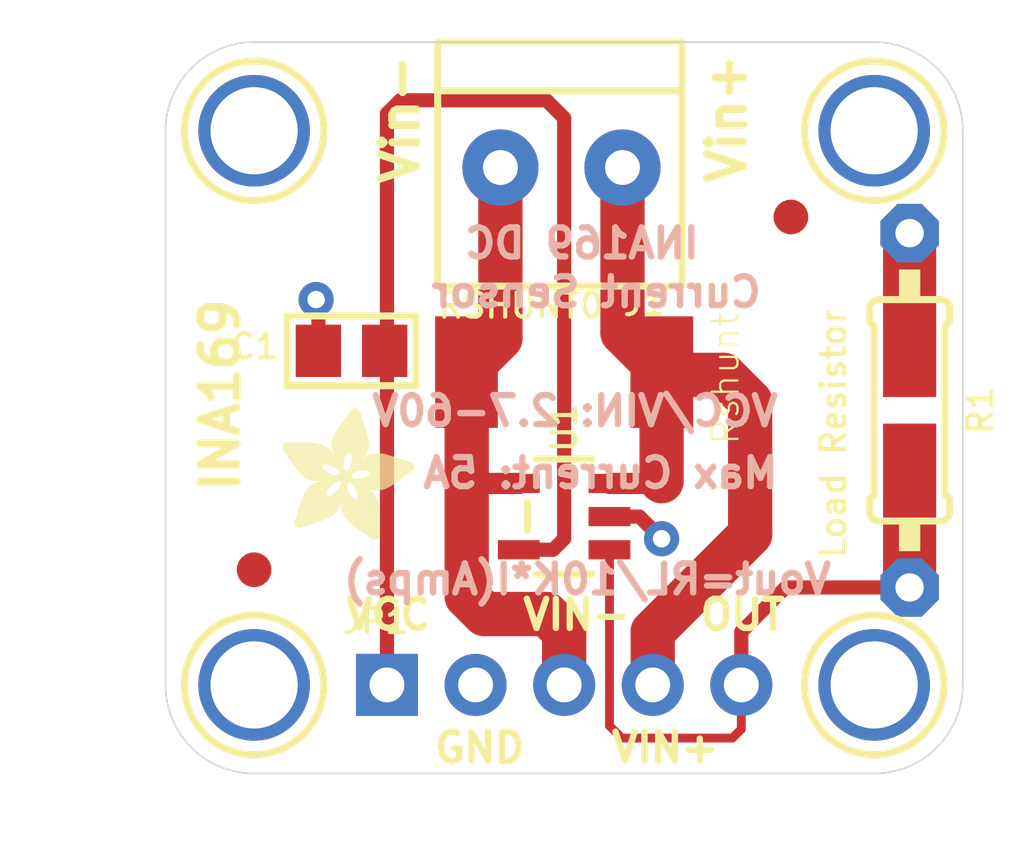
<source format=kicad_pcb>
(kicad_pcb (version 20211014) (generator pcbnew)
  (layers (0 "F.Cu" signal) (31 "B.Cu" signal) (34 "B.Paste" user) (35 "F.Paste" user) (36 "B.SilkS" user "B.Silkscreen") (37 "F.SilkS" user "F.Silkscreen") (38 "B.Mask" user) (39 "F.Mask" user) (44 "Edge.Cuts" user))
  (net 0 "")
  (net 1 "VCC")
  (net 2 "GND")
  (net 3 "VIN+")
  (net 4 "VIN-")
  (net 5 "OUT")
  (footprint "boardEagle:MOUNTINGHOLE_2.5_PLATED" (layer "F.Cu") (at 157.3911 97.0586)
    (fp_text reference "U$10" hide)
    (fp_text value "MOUNTINGHOLE2.5" hide)
    (pad "P$1" thru_hole circle (at 0 0) (size 3.2 3.2) (drill 2.5) (layers *.Cu *.Mask))
  )
  (footprint "boardEagle:TERMBLOCK_1X2-3.5MM" (layer "F.Cu") (at 148.4741 98.1126 180)
    (fp_text reference "J1" (at -3 -3.89) (layer "F.SilkS") (effects (font (size 0.692831 0.692831) (thickness 0.119969)) (justify right)))
    (fp_text value "")
    (pad "1" thru_hole circle (at 1.8 0 180) (size 2.1844 2.1844) (drill 1) (layers *.Cu *.Mask) (net 4 "VIN-"))
    (pad "2" thru_hole circle (at -1.7 0 180) (size 2.1844 2.1844) (drill 1) (layers *.Cu *.Mask) (net 3 "VIN+"))
  )
  (footprint "boardEagle:0805-THM" (layer "F.Cu") (at 158.4071 105.0746 90)
    (fp_text reference "R1" (at -0.762 2.032 90) (layer "F.SilkS") (effects (font (size 0.692831 0.692831) (thickness 0.119969)) (justify left)))
    (fp_text value "10K")
    (fp_poly (pts (xy 5.842 -0.306605) (xy 5.842 0.306605) (xy 5.386605 0.762) (xy 0.381 0.762) (xy 0.381 -0.762) (xy 5.386605 -0.762)) (layer "F.Cu") (width 0) (fill solid))
    (fp_poly (pts (xy -0.381 0.762) (xy -5.386605 0.762) (xy -5.842 0.306605) (xy -5.842 -0.306605) (xy -5.386605 -0.762) (xy -0.381 -0.762)) (layer "F.Cu") (width 0) (fill solid))
    (pad "1" thru_hole roundrect (at -5.08 0 90) (size 1.6764 1.6764) (drill 0.8128) (layers *.Cu *.Mask) (chamfer_ratio 0.2928932188) (chamfer top_left top_right bottom_left bottom_right) (net 5 "OUT"))
    (pad "2" thru_hole roundrect (at 5.08 0 90) (size 1.6764 1.6764) (drill 0.8128) (layers *.Cu *.Mask) (chamfer_ratio 0.2928932188) (chamfer top_left top_right bottom_left bottom_right) (net 2 "GND"))
  )
  (footprint "boardEagle:FIDUCIAL_1MM" (layer "F.Cu") (at 139.6111 109.6466)
    (fp_text reference "FID2" hide)
    (fp_text value "FIDUCIAL\"\"" hide)
    (pad "1" smd roundrect (at 0 0) (size 1 1) (layers "F.Cu" "F.Mask") (roundrect_rratio 0.5))
  )
  (footprint "boardEagle:1X05_ROUND_70" (layer "F.Cu") (at 148.5011 112.9486)
    (fp_text reference "JP1" (at -6.4262 -1.8288) (layer "F.SilkS") (effects (font (size 0.692831 0.692831) (thickness 0.119969)) (justify left)))
    (fp_text value "")
    (pad "1" thru_hole rect (at -5.08 0 90) (size 1.778 1.778) (drill 1) (layers *.Cu *.Mask) (net 1 "VCC"))
    (pad "2" thru_hole circle (at -2.54 0 90) (size 1.778 1.778) (drill 1) (layers *.Cu *.Mask) (net 2 "GND"))
    (pad "3" thru_hole circle (at 0 0 90) (size 1.778 1.778) (drill 1) (layers *.Cu *.Mask) (net 4 "VIN-"))
    (pad "4" thru_hole circle (at 2.54 0 90) (size 1.778 1.778) (drill 1) (layers *.Cu *.Mask) (net 3 "VIN+"))
    (pad "5" thru_hole circle (at 5.08 0 90) (size 1.778 1.778) (drill 1) (layers *.Cu *.Mask) (net 5 "OUT"))
  )
  (footprint "boardEagle:0805" (layer "F.Cu") (at 142.4051 103.3696 180)
    (fp_text reference "C1" (at 2.032 0.127) (layer "F.SilkS") (effects (font (size 0.692831 0.692831) (thickness 0.119969)) (justify right)))
    (fp_text value "0.1µF")
    (pad "1" smd rect (at -0.95 0 180) (size 1.3 1.5) (layers "F.Cu" "F.Paste" "F.Mask") (net 1 "VCC"))
    (pad "2" smd rect (at 0.95 0 180) (size 1.3 1.5) (layers "F.Cu" "F.Paste" "F.Mask") (net 2 "GND"))
  )
  (footprint "boardEagle:2512" (layer "F.Cu") (at 148.5011 103.9796)
    (fp_text reference "RSHUNT0" (at -3.683 -1.905) (layer "F.SilkS") (effects (font (size 0.692831 0.692831) (thickness 0.119969)) (justify left)))
    (fp_text value "0.1/1% (PT2512FK-070R1L)")
    (pad "1" smd rect (at -2.8 0) (size 1.8 3.2) (layers "F.Cu" "F.Paste" "F.Mask") (net 4 "VIN-"))
    (pad "2" smd rect (at 2.8 0) (size 1.8 3.2) (layers "F.Cu" "F.Paste" "F.Mask") (net 3 "VIN+"))
  )
  (footprint "boardEagle:MOUNTINGHOLE_2.5_PLATED" (layer "F.Cu") (at 157.3911 112.9486)
    (fp_text reference "U$7" hide)
    (fp_text value "MOUNTINGHOLE2.5" hide)
    (pad "P$1" thru_hole circle (at 0 0) (size 3.2 3.2) (drill 2.5) (layers *.Cu *.Mask))
  )
  (footprint "boardEagle:ADAFRUIT_3.5MM" (layer "F.Cu") (at 140.4021 108.8036)
    (fp_text reference "U$11" hide)
    (fp_text value "" hide)
  )
  (footprint "boardEagle:SOT23-5" (layer "F.Cu") (at 148.5011 108.1226 90)
    (fp_text reference "U1" (at 1.778 0 90) (layer "F.SilkS") (effects (font (size 0.692831 0.692831) (thickness 0.119969)) (justify left)))
    (fp_text value "INA169")
    (pad "1" smd rect (at -0.95 1.3001 90) (size 0.55 1.2) (layers "F.Cu" "F.Paste" "F.Mask") (net 5 "OUT"))
    (pad "2" smd rect (at 0 1.3001 90) (size 0.55 1.2) (layers "F.Cu" "F.Paste" "F.Mask") (net 2 "GND"))
    (pad "3" smd rect (at 0.95 1.3001 90) (size 0.55 1.2) (layers "F.Cu" "F.Paste" "F.Mask") (net 3 "VIN+"))
    (pad "4" smd rect (at 0.95 -1.3001 90) (size 0.55 1.2) (layers "F.Cu" "F.Paste" "F.Mask") (net 4 "VIN-"))
    (pad "5" smd rect (at -0.95 -1.3001 90) (size 0.55 1.2) (layers "F.Cu" "F.Paste" "F.Mask") (net 1 "VCC"))
  )
  (footprint "boardEagle:FIDUCIAL_1MM" (layer "F.Cu") (at 155.0031 99.5316)
    (fp_text reference "FID1" hide)
    (fp_text value "FIDUCIAL\"\"" hide)
    (pad "1" smd roundrect (at 0 0) (size 1 1) (layers "F.Cu" "F.Mask") (roundrect_rratio 0.5))
  )
  (footprint "boardEagle:MOUNTINGHOLE_2.5_PLATED" (layer "F.Cu") (at 139.6111 112.9486)
    (fp_text reference "U$8" hide)
    (fp_text value "MOUNTINGHOLE2.5" hide)
    (pad "P$1" thru_hole circle (at 0 0) (size 3.2 3.2) (drill 2.5) (layers *.Cu *.Mask))
  )
  (footprint "boardEagle:MOUNTINGHOLE_2.5_PLATED" (layer "F.Cu") (at 139.6111 97.0586)
    (fp_text reference "U$9" hide)
    (fp_text value "MOUNTINGHOLE2.5" hide)
    (pad "P$1" thru_hole circle (at 0 0) (size 3.2 3.2) (drill 2.5) (layers *.Cu *.Mask))
  )
  (gr_line (start 157.3911 115.4886) (end 139.6111 115.4886) (layer "Edge.Cuts") (width 0.05))
  (gr_line (start 139.6111 94.5186) (end 157.3911 94.5186) (layer "Edge.Cuts") (width 0.05))
  (gr_line (start 137.0711 112.9486) (end 137.0711 97.0586) (layer "Edge.Cuts") (width 0.05))
  (gr_line (start 159.9311 97.0586) (end 159.9311 112.9486) (layer "Edge.Cuts") (width 0.05))
  (gr_arc (start 159.9311 112.9486) (mid 159.187151 114.744651) (end 157.3911 115.4886) (layer "Edge.Cuts") (width 0.05))
  (gr_arc (start 157.3911 94.5186) (mid 159.187151 95.262549) (end 159.9311 97.0586) (layer "Edge.Cuts") (width 0.05))
  (gr_arc (start 139.6111 115.4886) (mid 137.815049 114.744651) (end 137.0711 112.9486) (layer "Edge.Cuts") (width 0.05))
  (gr_arc (start 137.0711 97.0586) (mid 137.815049 95.262549) (end 139.6111 94.5186) (layer "Edge.Cuts") (width 0.05))
  (gr_text "INA169 DC" (at 152.4671 100.7746) (layer "B.SilkS") (effects (font (size 0.83312 0.83312) (thickness 0.18288)) (justify left bottom mirror)))
  (gr_text "Vout=RL/10K*I(Amps)" (at 156.2481 110.4086) (layer "B.SilkS") (effects (font (size 0.83312 0.83312) (thickness 0.18288)) (justify left bottom mirror)))
  (gr_text "VCC/VIN: 2.7-60V" (at 154.7241 105.5826) (layer "B.SilkS") (effects (font (size 0.83312 0.83312) (thickness 0.18288)) (justify left bottom mirror)))
  (gr_text "Max Current: 5A" (at 154.7241 107.3606) (layer "B.SilkS") (effects (font (size 0.83312 0.83312) (thickness 0.18288)) (justify left bottom mirror)))
  (gr_text "Current Sensor" (at 154.2451 102.1716) (layer "B.SilkS") (effects (font (size 0.83312 0.83312) (thickness 0.18288)) (justify left bottom mirror)))
  (gr_text "VIN+" (at 149.7711 115.2346) (layer "F.SilkS") (effects (font (size 0.83312 0.83312) (thickness 0.18288)) (justify left bottom)))
  (gr_text "GND" (at 144.6911 115.2346) (layer "F.SilkS") (effects (font (size 0.83312 0.83312) (thickness 0.18288)) (justify left bottom)))
  (gr_text "Vin+" (at 152.5581 94.7446 90) (layer "F.SilkS") (effects (font (size 1.0414 1.0414) (thickness 0.2286)) (justify right top)))
  (gr_text "VIN-" (at 147.2311 111.4246) (layer "F.SilkS") (effects (font (size 0.83312 0.83312) (thickness 0.18288)) (justify left bottom)))
  (gr_text "Rshunt" (at 153.5671 106.1146 90) (layer "F.SilkS") (effects (font (size 0.747776 0.747776) (thickness 0.065024)) (justify left bottom)))
  (gr_text "OUT" (at 152.3111 111.4246) (layer "F.SilkS") (effects (font (size 0.83312 0.83312) (thickness 0.18288)) (justify left bottom)))
  (gr_text "Load Resistor" (at 156.6291 109.3926 90) (layer "F.SilkS") (effects (font (size 0.69088 0.69088) (thickness 0.12192)) (justify left bottom)))
  (gr_text "INA169" (at 139.2481 107.5166 90) (layer "F.SilkS") (effects (font (size 1.0414 1.0414) (thickness 0.2286)) (justify left bottom)))
  (gr_text "Vin-" (at 143.1871 94.7606 90) (layer "F.SilkS") (effects (font (size 1.0414 1.0414) (thickness 0.2286)) (justify right top)))
  (gr_text "VCC" (at 142.1511 111.4246) (layer "F.SilkS") (effects (font (size 0.83312 0.83312) (thickness 0.18288)) (justify left bottom)))
  (segment (start 147.201 109.0726) (end 148.1861 109.0726) (width 0.4064) (layer "F.Cu") (net 1))
  (segment (start 143.4211 103.4356) (end 143.3551 103.3696) (width 0.4064) (layer "F.Cu") (net 1))
  (segment (start 148.1861 109.0726) (end 148.5011 108.7576) (width 0.4064) (layer "F.Cu") (net 1))
  (segment (start 143.4211 112.9486) (end 143.4211 103.4356) (width 0.4064) (layer "F.Cu") (net 1))
  (segment (start 143.4211 96.5656) (end 143.4211 103.3036) (width 0.4064) (layer "F.Cu") (net 1))
  (segment (start 143.8021 96.1846) (end 143.4211 96.5656) (width 0.4064) (layer "F.Cu") (net 1))
  (segment (start 148.5011 108.7576) (end 148.5011 96.6926) (width 0.4064) (layer "F.Cu") (net 1))
  (segment (start 148.5011 96.6926) (end 147.9931 96.1846) (width 0.4064) (layer "F.Cu") (net 1))
  (segment (start 143.4211 103.3036) (end 143.3551 103.3696) (width 0.4064) (layer "F.Cu") (net 1))
  (segment (start 147.9931 96.1846) (end 143.8021 96.1846) (width 0.4064) (layer "F.Cu") (net 1))
  (segment (start 141.4551 103.3696) (end 141.4551 101.9656) (width 0.4064) (layer "F.Cu") (net 2))
  (segment (start 149.8012 108.1226) (end 150.6601 108.1226) (width 0.4064) (layer "F.Cu") (net 2))
  (segment (start 141.4551 101.9656) (end 141.3891 101.8996) (width 0.4064) (layer "F.Cu") (net 2))
  (segment (start 150.6601 108.1226) (end 151.2951 108.7576) (width 0.4064) (layer "F.Cu") (net 2))
  (via (at 141.3891 101.8996) (size 1.008) (drill 0.5) (layers "F.Cu" "B.Cu") (net 2))
  (via (at 151.2951 108.7576) (size 1.008) (drill 0.5) (layers "F.Cu" "B.Cu") (net 2))
  (segment (start 151.2951 108.7576) (end 151.5491 108.7576) (width 0.4064) (layer "B.Cu") (net 2))
  (segment (start 141.3891 101.8996) (end 141.3891 101.7726) (width 0.4064) (layer "B.Cu") (net 2))
  (segment (start 150.1741 98.1126) (end 150.1741 102.8526) (width 1.27) (layer "F.Cu") (net 3))
  (segment (start 153.0731 104.0586) (end 151.3801 104.0586) (width 1.27) (layer "F.Cu") (net 3))
  (segment (start 153.8351 104.8206) (end 153.0731 104.0586) (width 1.27) (layer "F.Cu") (net 3))
  (segment (start 151.2291 107.1726) (end 151.2951 107.1066) (width 0.6096) (layer "F.Cu") (net 3))
  (segment (start 151.2951 103.9856) (end 151.3011 103.9796) (width 1.27) (layer "F.Cu") (net 3))
  (segment (start 151.2951 107.1066) (end 151.2951 103.9856) (width 1.27) (layer "F.Cu") (net 3))
  (segment (start 151.0411 112.9486) (end 151.0411 111.4246) (width 1.27) (layer "F.Cu") (net 3))
  (segment (start 150.1741 102.8526) (end 151.3011 103.9796) (width 1.27) (layer "F.Cu") (net 3))
  (segment (start 151.3801 104.0586) (end 151.3011 103.9796) (width 1.27) (layer "F.Cu") (net 3))
  (segment (start 153.8351 108.6306) (end 153.8351 104.8206) (width 1.27) (layer "F.Cu") (net 3))
  (segment (start 149.8012 107.1726) (end 151.2291 107.1726) (width 0.6096) (layer "F.Cu") (net 3))
  (segment (start 151.0411 111.4246) (end 153.8351 108.6306) (width 1.27) (layer "F.Cu") (net 3))
  (segment (start 146.6741 98.1126) (end 146.6741 103.0066) (width 1.27) (layer "F.Cu") (net 4))
  (segment (start 146.6741 103.0066) (end 145.7011 103.9796) (width 1.27) (layer "F.Cu") (net 4))
  (segment (start 147.9931 110.9166) (end 146.2151 110.9166) (width 1.27) (layer "F.Cu") (net 4))
  (segment (start 147.201 107.1726) (end 145.7731 107.1726) (width 0.6096) (layer "F.Cu") (net 4))
  (segment (start 148.5011 111.4246) (end 147.9931 110.9166) (width 1.27) (layer "F.Cu") (net 4))
  (segment (start 145.7731 107.1726) (end 145.7071 107.1066) (width 0.6096) (layer "F.Cu") (net 4))
  (segment (start 145.7071 107.2386) (end 145.7731 107.1726) (width 1.27) (layer "F.Cu") (net 4))
  (segment (start 145.7071 103.9856) (end 145.7011 103.9796) (width 1.27) (layer "F.Cu") (net 4))
  (segment (start 145.7071 110.4086) (end 145.7071 107.2386) (width 1.27) (layer "F.Cu") (net 4))
  (segment (start 145.7071 107.1066) (end 145.7071 103.9856) (width 1.27) (layer "F.Cu") (net 4))
  (segment (start 148.5011 112.9486) (end 148.5011 111.4246) (width 1.27) (layer "F.Cu") (net 4))
  (segment (start 146.2151 110.9166) (end 145.7071 110.4086) (width 1.27) (layer "F.Cu") (net 4))
  (segment (start 153.5811 111.4246) (end 153.5811 112.9486) (width 0.4064) (layer "F.Cu") (net 5))
  (segment (start 153.3271 114.4726) (end 153.5811 114.2186) (width 0.254) (layer "F.Cu") (net 5))
  (segment (start 149.8012 109.0726) (end 149.8012 114.1217) (width 0.254) (layer "F.Cu") (net 5))
  (segment (start 149.8012 114.1217) (end 150.1521 114.4726) (width 0.254) (layer "F.Cu") (net 5))
  (segment (start 158.4071 110.1546) (end 154.8511 110.1546) (width 0.4064) (layer "F.Cu") (net 5))
  (segment (start 154.8511 110.1546) (end 153.5811 111.4246) (width 0.4064) (layer "F.Cu") (net 5))
  (segment (start 153.5811 114.2186) (end 153.5811 112.9486) (width 0.254) (layer "F.Cu") (net 5))
  (segment (start 150.1521 114.4726) (end 153.3271 114.4726) (width 0.254) (layer "F.Cu") (net 5))
)
</source>
